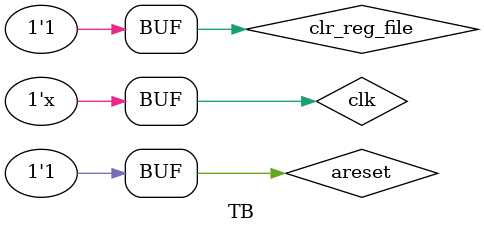
<source format=v>
module TB();
	reg clr_reg_file, clk, areset;
	top_module top(.clr_reg_file(clr_reg_file), .clk(clk), .areset(areset));
	
	always #5 clk = ~clk;
	
	initial begin
	clk = 0;
	clr_reg_file = 1;
	areset = 1;
	#5
	areset = 0;
	clr_reg_file = 0;
	#5
	areset = 1;
	clr_reg_file = 1;
	end
endmodule
</source>
